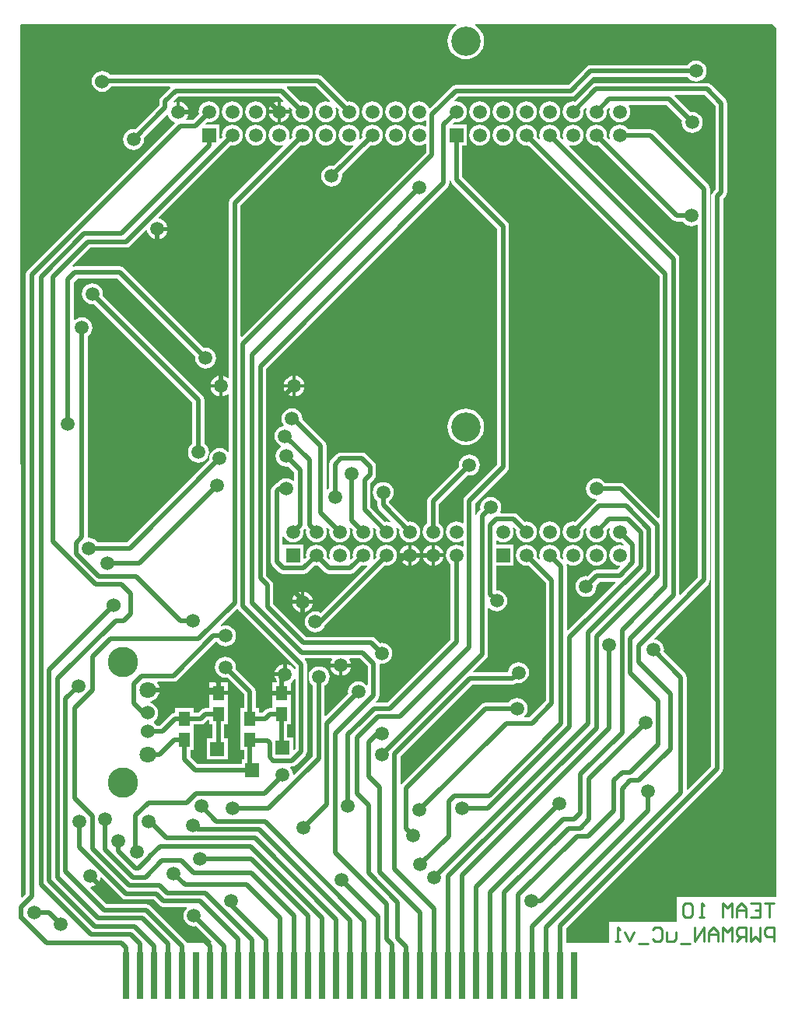
<source format=gbl>
%FSLAX25Y25*%
%MOIN*%
G70*
G01*
G75*
G04 Layer_Physical_Order=2*
G04 Layer_Color=16711680*
%ADD10R,0.03000X0.20000*%
%ADD11C,0.02000*%
%ADD12R,0.05906X0.05906*%
%ADD13C,0.12598*%
%ADD14C,0.05906*%
%ADD15C,0.06000*%
%ADD16C,0.07087*%
%ADD17C,0.12992*%
%ADD18R,0.05000X0.06000*%
%ADD19C,0.01000*%
G36*
X188145Y350524D02*
X188698Y349698D01*
X207951Y330444D01*
Y229356D01*
X194198Y215602D01*
X193645Y214775D01*
X193451Y213800D01*
Y204413D01*
X193003Y204192D01*
X192746Y204390D01*
X191662Y204838D01*
X190500Y204991D01*
X189338Y204838D01*
X188254Y204390D01*
X187324Y203676D01*
X186610Y202746D01*
X186162Y201662D01*
X186009Y200500D01*
X186162Y199338D01*
X186610Y198254D01*
X187324Y197324D01*
X188254Y196610D01*
X189338Y196162D01*
X190500Y196009D01*
X191662Y196162D01*
X192746Y196610D01*
X193003Y196808D01*
X193451Y196587D01*
Y194413D01*
X193003Y194192D01*
X192746Y194389D01*
X191662Y194838D01*
X190500Y194991D01*
X189338Y194838D01*
X188254Y194389D01*
X187324Y193676D01*
X186610Y192746D01*
X186162Y191662D01*
X186009Y190500D01*
X186162Y189338D01*
X186610Y188254D01*
X187324Y187324D01*
X187951Y186843D01*
Y154556D01*
X160744Y127349D01*
X156107D01*
X155916Y127811D01*
X156802Y128698D01*
X157355Y129525D01*
X157549Y130500D01*
Y143630D01*
X158019Y144072D01*
X158500Y144009D01*
X159662Y144162D01*
X160746Y144611D01*
X161676Y145324D01*
X162390Y146254D01*
X162838Y147338D01*
X162991Y148500D01*
X162838Y149662D01*
X162390Y150746D01*
X161676Y151676D01*
X160746Y152390D01*
X159662Y152838D01*
X158500Y152991D01*
X157717Y152888D01*
X155802Y154802D01*
X154975Y155355D01*
X154000Y155549D01*
X126056D01*
X124302Y157302D01*
X124151Y157404D01*
X112049Y169506D01*
Y177750D01*
X111855Y178726D01*
X111302Y179552D01*
X109049Y181806D01*
Y270444D01*
X186802Y348198D01*
X187355Y349025D01*
X187549Y350000D01*
Y350958D01*
X188049Y351008D01*
X188145Y350524D01*
D02*
G37*
G36*
X152451Y142944D02*
Y134987D01*
X151951Y134817D01*
X151676Y135176D01*
X150746Y135889D01*
X149662Y136338D01*
X148500Y136491D01*
X147338Y136338D01*
X146254Y135889D01*
X145324Y135176D01*
X144611Y134246D01*
X144162Y133162D01*
X144009Y132000D01*
X144112Y131217D01*
X134511Y121616D01*
X134049Y121807D01*
Y134667D01*
X134776Y135224D01*
X135489Y136154D01*
X135938Y137238D01*
X136091Y138400D01*
X135938Y139562D01*
X135489Y140646D01*
X134776Y141576D01*
X133846Y142289D01*
X132762Y142738D01*
X131600Y142891D01*
X130438Y142738D01*
X129354Y142289D01*
X128424Y141576D01*
X127710Y140646D01*
X127262Y139562D01*
X127109Y138400D01*
X127262Y137238D01*
X127710Y136154D01*
X128424Y135224D01*
X128951Y134820D01*
Y104456D01*
X120960Y96465D01*
X120467Y96680D01*
X120338Y97662D01*
X119889Y98746D01*
X119312Y99498D01*
X119541Y99998D01*
X119988D01*
X120964Y100192D01*
X121791Y100745D01*
X125802Y104756D01*
X126355Y105584D01*
X126549Y106559D01*
Y143648D01*
X126355Y144623D01*
X125802Y145450D01*
X125436Y145817D01*
X125628Y146279D01*
X137008D01*
X137229Y145830D01*
X137011Y145546D01*
X136562Y144462D01*
X136508Y144050D01*
X145292D01*
X145238Y144462D01*
X144790Y145546D01*
X144571Y145830D01*
X144792Y146279D01*
X149117D01*
X152451Y142944D01*
D02*
G37*
G36*
X96942Y167228D02*
X97198Y166846D01*
X121451Y142592D01*
Y141697D01*
X120951Y141597D01*
X120889Y141746D01*
X120176Y142676D01*
X119246Y143389D01*
X118162Y143838D01*
X117750Y143892D01*
Y139500D01*
X117000D01*
Y138750D01*
X112608D01*
X112662Y138338D01*
X113110Y137254D01*
X113689Y136500D01*
X113462Y136000D01*
X111500D01*
Y132250D01*
X119500D01*
Y135806D01*
X120176Y136324D01*
X120889Y137254D01*
X120951Y137403D01*
X121451Y137303D01*
Y107615D01*
X120915Y107078D01*
X120453Y107270D01*
Y112453D01*
X118049D01*
Y118000D01*
X119500D01*
Y127000D01*
Y130750D01*
X111500D01*
Y127000D01*
Y125049D01*
X110500D01*
X109525Y124855D01*
X108698Y124302D01*
X107444Y123049D01*
X106000D01*
Y125000D01*
X104549D01*
Y132000D01*
X104355Y132975D01*
X103802Y133802D01*
X95888Y141717D01*
X95991Y142500D01*
X95838Y143662D01*
X95389Y144746D01*
X94676Y145676D01*
X93746Y146389D01*
X92662Y146838D01*
X91500Y146991D01*
X90338Y146838D01*
X89254Y146389D01*
X88324Y145676D01*
X87611Y144746D01*
X87162Y143662D01*
X87009Y142500D01*
X87162Y141338D01*
X87611Y140254D01*
X88324Y139324D01*
X89254Y138610D01*
X90338Y138162D01*
X91500Y138009D01*
X92283Y138112D01*
X99451Y130944D01*
Y125000D01*
X98000D01*
Y116000D01*
Y107000D01*
X99451D01*
Y102953D01*
X98547D01*
Y101049D01*
X79556D01*
X76549Y104056D01*
Y107000D01*
X78000D01*
Y116000D01*
Y117951D01*
X81000D01*
X81976Y118145D01*
X82802Y118698D01*
X84000Y119895D01*
X84500Y119816D01*
Y118000D01*
X85951D01*
Y111953D01*
X83547D01*
Y103047D01*
X92453D01*
Y111953D01*
X91049D01*
Y118000D01*
X92500D01*
Y127000D01*
Y130750D01*
X84500D01*
Y127000D01*
Y125049D01*
X83000D01*
X82025Y124855D01*
X81198Y124302D01*
X79944Y123049D01*
X78000D01*
Y125000D01*
X70000D01*
Y123049D01*
X69024Y122855D01*
X68198Y122302D01*
X63444Y117549D01*
X61934D01*
X61379Y118272D01*
X60841Y118685D01*
Y119315D01*
X61379Y119728D01*
X62100Y120668D01*
X62554Y121762D01*
X62708Y122937D01*
X62554Y124112D01*
X62100Y125206D01*
X61379Y126146D01*
X60439Y126868D01*
X59344Y127321D01*
X59261Y127332D01*
Y127836D01*
X59486Y127866D01*
X60713Y128374D01*
X61766Y129183D01*
X62575Y130236D01*
X63083Y131463D01*
X63157Y132029D01*
X58169D01*
Y133529D01*
X63157D01*
X63083Y134096D01*
X62575Y135323D01*
X62189Y135826D01*
X62410Y136274D01*
X69175D01*
X70150Y136468D01*
X70977Y137021D01*
X87374Y153417D01*
X87885Y153396D01*
X88324Y152824D01*
X89254Y152111D01*
X90338Y151662D01*
X91500Y151509D01*
X92662Y151662D01*
X93746Y152111D01*
X94676Y152824D01*
X95389Y153754D01*
X95838Y154838D01*
X95991Y156000D01*
X95838Y157162D01*
X95389Y158246D01*
X94676Y159176D01*
X93746Y159889D01*
X92662Y160338D01*
X91500Y160491D01*
X90338Y160338D01*
X89850Y160136D01*
X89567Y160560D01*
X96345Y167338D01*
X96942Y167228D01*
D02*
G37*
G36*
X47070Y43698D02*
X47897Y43145D01*
X48873Y42951D01*
X60744D01*
X63191Y40504D01*
X64018Y39951D01*
X64994Y39757D01*
X74805D01*
X74965Y39284D01*
X74824Y39176D01*
X74111Y38246D01*
X73662Y37162D01*
X73509Y36000D01*
X73662Y34838D01*
X74111Y33754D01*
X74824Y32824D01*
X75754Y32111D01*
X76838Y31662D01*
X78000Y31509D01*
X78783Y31612D01*
X85433Y24962D01*
X85242Y24500D01*
X75005D01*
X74802Y24802D01*
X59302Y40302D01*
X58476Y40855D01*
X57500Y41049D01*
X40556D01*
X33589Y48016D01*
X33768Y48544D01*
X34662Y48662D01*
X35746Y49110D01*
X36676Y49824D01*
X37389Y50754D01*
X37838Y51838D01*
X37891Y52242D01*
X38365Y52403D01*
X47070Y43698D01*
D02*
G37*
G36*
X327500Y416500D02*
Y43998D01*
X285013D01*
Y33498D01*
X256022D01*
Y24500D01*
X237549D01*
Y30744D01*
X304002Y97198D01*
X304555Y98024D01*
X304749Y99000D01*
Y343344D01*
X305802Y344398D01*
X306355Y345224D01*
X306549Y346200D01*
Y384200D01*
X306355Y385175D01*
X305802Y386002D01*
X299702Y392102D01*
X298875Y392655D01*
X297900Y392849D01*
X250300D01*
X249324Y392655D01*
X248498Y392102D01*
X241283Y384888D01*
X240500Y384991D01*
X239338Y384838D01*
X238254Y384389D01*
X237324Y383676D01*
X236611Y382746D01*
X236162Y381662D01*
X236009Y380500D01*
X236162Y379338D01*
X236611Y378254D01*
X237324Y377324D01*
X238254Y376610D01*
X239338Y376162D01*
X240500Y376009D01*
X241662Y376162D01*
X242746Y376610D01*
X243676Y377324D01*
X244390Y378254D01*
X244838Y379338D01*
X244991Y380500D01*
X244888Y381283D01*
X245871Y382266D01*
X246294Y381983D01*
X246162Y381662D01*
X246009Y380500D01*
X246162Y379338D01*
X246610Y378254D01*
X247324Y377324D01*
X248254Y376610D01*
X249338Y376162D01*
X250500Y376009D01*
X251662Y376162D01*
X252746Y376610D01*
X253676Y377324D01*
X254390Y378254D01*
X254838Y379338D01*
X254991Y380500D01*
X254888Y381283D01*
X255871Y382266D01*
X256294Y381983D01*
X256162Y381662D01*
X256009Y380500D01*
X256162Y379338D01*
X256610Y378254D01*
X257324Y377324D01*
X258254Y376610D01*
X259338Y376162D01*
X260500Y376009D01*
X261662Y376162D01*
X262746Y376610D01*
X263676Y377324D01*
X264389Y378254D01*
X264838Y379338D01*
X264991Y380500D01*
X264838Y381662D01*
X264389Y382746D01*
X264192Y383003D01*
X264413Y383451D01*
X280544D01*
X287124Y376872D01*
X287009Y376000D01*
X287162Y374838D01*
X287611Y373754D01*
X288324Y372824D01*
X289254Y372111D01*
X290338Y371662D01*
X291500Y371509D01*
X292662Y371662D01*
X293746Y372111D01*
X294676Y372824D01*
X295390Y373754D01*
X295838Y374838D01*
X295991Y376000D01*
X295838Y377162D01*
X295390Y378246D01*
X294676Y379176D01*
X293746Y379889D01*
X292662Y380338D01*
X291500Y380491D01*
X290805Y380400D01*
X283916Y387289D01*
X284107Y387751D01*
X296844D01*
X301451Y383144D01*
Y347256D01*
X300398Y346202D01*
X299845Y345375D01*
X299651Y344400D01*
Y100056D01*
X289638Y90043D01*
X289176Y90234D01*
Y138173D01*
X288982Y139149D01*
X288429Y139976D01*
X279288Y149117D01*
X279391Y149900D01*
X279238Y151062D01*
X278789Y152146D01*
X278076Y153076D01*
X277146Y153789D01*
X276062Y154238D01*
X275314Y154337D01*
X275135Y154865D01*
X298402Y178132D01*
X298955Y178959D01*
X299149Y179935D01*
Y347500D01*
X298955Y348476D01*
X298402Y349302D01*
X275402Y372302D01*
X274575Y372855D01*
X273600Y373049D01*
X264157D01*
X263676Y373676D01*
X262746Y374390D01*
X261662Y374838D01*
X260500Y374991D01*
X259338Y374838D01*
X258254Y374390D01*
X257324Y373676D01*
X256610Y372746D01*
X256162Y371662D01*
X256009Y370500D01*
X256162Y369338D01*
X256294Y369017D01*
X255871Y368734D01*
X254888Y369717D01*
X254991Y370500D01*
X254838Y371662D01*
X254390Y372746D01*
X253676Y373676D01*
X252746Y374390D01*
X251662Y374838D01*
X250500Y374991D01*
X249338Y374838D01*
X248254Y374390D01*
X247324Y373676D01*
X246610Y372746D01*
X246162Y371662D01*
X246009Y370500D01*
X246162Y369338D01*
X246610Y368254D01*
X247324Y367324D01*
X248254Y366611D01*
X249338Y366162D01*
X250500Y366009D01*
X251283Y366112D01*
X283248Y334148D01*
X284074Y333595D01*
X285050Y333401D01*
X287443D01*
X287924Y332774D01*
X288854Y332061D01*
X289938Y331612D01*
X291100Y331459D01*
X292262Y331612D01*
X293346Y332061D01*
X293603Y332258D01*
X294051Y332037D01*
Y180990D01*
X286502Y173441D01*
X286002Y173648D01*
Y317547D01*
X285808Y318523D01*
X285255Y319350D01*
X238734Y365871D01*
X239017Y366295D01*
X239338Y366162D01*
X240500Y366009D01*
X241662Y366162D01*
X242746Y366611D01*
X243676Y367324D01*
X244390Y368254D01*
X244838Y369338D01*
X244991Y370500D01*
X244838Y371662D01*
X244390Y372746D01*
X243676Y373676D01*
X242746Y374390D01*
X241662Y374838D01*
X240500Y374991D01*
X239338Y374838D01*
X238254Y374390D01*
X237324Y373676D01*
X236611Y372746D01*
X236162Y371662D01*
X236009Y370500D01*
X236162Y369338D01*
X236295Y369017D01*
X235871Y368734D01*
X234888Y369717D01*
X234991Y370500D01*
X234838Y371662D01*
X234389Y372746D01*
X233676Y373676D01*
X232746Y374390D01*
X231662Y374838D01*
X230500Y374991D01*
X229338Y374838D01*
X228254Y374390D01*
X227324Y373676D01*
X226610Y372746D01*
X226162Y371662D01*
X226009Y370500D01*
X226162Y369338D01*
X226294Y369017D01*
X225871Y368734D01*
X224888Y369717D01*
X224991Y370500D01*
X224838Y371662D01*
X224390Y372746D01*
X223676Y373676D01*
X222746Y374390D01*
X221662Y374838D01*
X220500Y374991D01*
X219338Y374838D01*
X218254Y374390D01*
X217324Y373676D01*
X216611Y372746D01*
X216162Y371662D01*
X216009Y370500D01*
X216162Y369338D01*
X216611Y368254D01*
X217324Y367324D01*
X218254Y366611D01*
X219338Y366162D01*
X220500Y366009D01*
X221283Y366112D01*
X277404Y309991D01*
Y206591D01*
X276942Y206400D01*
X262539Y220802D01*
X261712Y221355D01*
X260737Y221549D01*
X254157D01*
X253676Y222176D01*
X252746Y222889D01*
X251662Y223338D01*
X250500Y223491D01*
X249338Y223338D01*
X248254Y222889D01*
X247324Y222176D01*
X246610Y221246D01*
X246162Y220162D01*
X246009Y219000D01*
X246162Y217838D01*
X246610Y216754D01*
X247324Y215824D01*
X248254Y215110D01*
X249338Y214662D01*
X250500Y214509D01*
X250590Y214521D01*
X250725Y214055D01*
X249898Y213502D01*
X241283Y204888D01*
X240500Y204991D01*
X239338Y204838D01*
X238254Y204390D01*
X237324Y203676D01*
X236611Y202746D01*
X236162Y201662D01*
X236009Y200500D01*
X236162Y199338D01*
X236611Y198254D01*
X237324Y197324D01*
X238254Y196610D01*
X239338Y196162D01*
X240500Y196009D01*
X241662Y196162D01*
X242746Y196610D01*
X243676Y197324D01*
X244390Y198254D01*
X244838Y199338D01*
X244991Y200500D01*
X244888Y201283D01*
X245871Y202266D01*
X246294Y201983D01*
X246162Y201662D01*
X246009Y200500D01*
X246162Y199338D01*
X246610Y198254D01*
X247324Y197324D01*
X248254Y196610D01*
X249338Y196162D01*
X250500Y196009D01*
X251662Y196162D01*
X252746Y196610D01*
X253676Y197324D01*
X254390Y198254D01*
X254838Y199338D01*
X254991Y200500D01*
X254888Y201283D01*
X255871Y202266D01*
X256294Y201983D01*
X256162Y201662D01*
X256009Y200500D01*
X256162Y199338D01*
X256610Y198254D01*
X257324Y197324D01*
X258254Y196610D01*
X259338Y196162D01*
X260500Y196009D01*
X261283Y196112D01*
X262266Y195129D01*
X261983Y194705D01*
X261662Y194838D01*
X260500Y194991D01*
X259338Y194838D01*
X258254Y194389D01*
X257324Y193676D01*
X256610Y192746D01*
X256162Y191662D01*
X256009Y190500D01*
X256162Y189338D01*
X256610Y188254D01*
X257324Y187324D01*
X258254Y186610D01*
X259338Y186162D01*
X260411Y186021D01*
X260676Y185578D01*
X259417Y184319D01*
X250670D01*
X249694Y184125D01*
X248867Y183572D01*
X246783Y181488D01*
X246000Y181591D01*
X244838Y181438D01*
X243754Y180990D01*
X242824Y180276D01*
X242110Y179346D01*
X241662Y178262D01*
X241509Y177100D01*
X241662Y175938D01*
X242110Y174854D01*
X242824Y173924D01*
X243754Y173211D01*
X244838Y172762D01*
X246000Y172609D01*
X247162Y172762D01*
X248246Y173211D01*
X249176Y173924D01*
X249889Y174854D01*
X250338Y175938D01*
X250491Y177100D01*
X250388Y177883D01*
X251726Y179221D01*
X258615D01*
X258807Y178759D01*
X238311Y158263D01*
X237849Y158455D01*
Y185700D01*
X237710Y186398D01*
X238164Y186680D01*
X238254Y186610D01*
X239338Y186162D01*
X240500Y186009D01*
X241662Y186162D01*
X242746Y186610D01*
X243676Y187324D01*
X244390Y188254D01*
X244838Y189338D01*
X244991Y190500D01*
X244838Y191662D01*
X244390Y192746D01*
X243676Y193676D01*
X242746Y194389D01*
X241662Y194838D01*
X240500Y194991D01*
X239338Y194838D01*
X238254Y194389D01*
X237324Y193676D01*
X236611Y192746D01*
X236162Y191662D01*
X236009Y190500D01*
X236162Y189338D01*
X236295Y189017D01*
X235871Y188734D01*
X234888Y189717D01*
X234991Y190500D01*
X234838Y191662D01*
X234389Y192746D01*
X233676Y193676D01*
X232746Y194389D01*
X231662Y194838D01*
X230500Y194991D01*
X229338Y194838D01*
X228254Y194389D01*
X227324Y193676D01*
X226610Y192746D01*
X226162Y191662D01*
X226009Y190500D01*
X226162Y189338D01*
X226294Y189017D01*
X225871Y188734D01*
X224888Y189717D01*
X224991Y190500D01*
X224838Y191662D01*
X224390Y192746D01*
X223676Y193676D01*
X222746Y194389D01*
X221662Y194838D01*
X220500Y194991D01*
X219338Y194838D01*
X218254Y194389D01*
X217324Y193676D01*
X216611Y192746D01*
X216162Y191662D01*
X216009Y190500D01*
X216162Y189338D01*
X216611Y188254D01*
X217324Y187324D01*
X218254Y186610D01*
X219338Y186162D01*
X220500Y186009D01*
X221283Y186112D01*
X228801Y178594D01*
Y128164D01*
X221715Y121078D01*
X219742D01*
X219581Y121552D01*
X219676Y121624D01*
X220390Y122554D01*
X220838Y123638D01*
X220991Y124800D01*
X220838Y125962D01*
X220390Y127046D01*
X219676Y127976D01*
X218746Y128690D01*
X217662Y129138D01*
X216500Y129291D01*
X215338Y129138D01*
X214254Y128690D01*
X213324Y127976D01*
X212843Y127349D01*
X203000D01*
X202025Y127155D01*
X201198Y126602D01*
X167198Y92602D01*
X167049Y92380D01*
X166549Y92532D01*
Y104394D01*
X197306Y135151D01*
X214600D01*
X215576Y135345D01*
X216281Y135817D01*
X217100Y135709D01*
X218262Y135862D01*
X219346Y136311D01*
X220276Y137024D01*
X220989Y137954D01*
X221438Y139038D01*
X221591Y140200D01*
X221438Y141362D01*
X220989Y142446D01*
X220276Y143376D01*
X219346Y144089D01*
X218262Y144538D01*
X217100Y144691D01*
X215938Y144538D01*
X214854Y144089D01*
X213924Y143376D01*
X213211Y142446D01*
X212762Y141362D01*
X212615Y140249D01*
X197907D01*
X197716Y140711D01*
X203302Y146298D01*
X203855Y147125D01*
X204049Y148100D01*
Y167673D01*
X204522Y167834D01*
X204549Y167799D01*
X205479Y167086D01*
X206562Y166637D01*
X207725Y166484D01*
X208887Y166637D01*
X209970Y167086D01*
X210900Y167799D01*
X211614Y168730D01*
X212063Y169813D01*
X212216Y170975D01*
X212063Y172138D01*
X211614Y173221D01*
X210900Y174151D01*
X209970Y174865D01*
X208887Y175313D01*
X207725Y175466D01*
X207549Y175621D01*
Y186047D01*
X214953D01*
Y194953D01*
X207549D01*
Y196587D01*
X207997Y196808D01*
X208254Y196610D01*
X209338Y196162D01*
X210500Y196009D01*
X211662Y196162D01*
X212746Y196610D01*
X213676Y197324D01*
X214389Y198254D01*
X214838Y199338D01*
X214991Y200500D01*
X214838Y201662D01*
X214705Y201983D01*
X215129Y202266D01*
X216112Y201283D01*
X216009Y200500D01*
X216162Y199338D01*
X216611Y198254D01*
X217324Y197324D01*
X218254Y196610D01*
X219338Y196162D01*
X220500Y196009D01*
X221662Y196162D01*
X222746Y196610D01*
X223676Y197324D01*
X224390Y198254D01*
X224838Y199338D01*
X224991Y200500D01*
X224838Y201662D01*
X224390Y202746D01*
X223676Y203676D01*
X222746Y204390D01*
X221662Y204838D01*
X220500Y204991D01*
X219717Y204888D01*
X216802Y207802D01*
X215975Y208355D01*
X215000Y208549D01*
X209537D01*
X209211Y209049D01*
X209538Y209838D01*
X209691Y211000D01*
X209538Y212162D01*
X209089Y213246D01*
X208376Y214176D01*
X207446Y214890D01*
X206362Y215338D01*
X205200Y215491D01*
X204038Y215338D01*
X202954Y214890D01*
X202024Y214176D01*
X201310Y213246D01*
X200862Y212162D01*
X200709Y211000D01*
X200812Y210217D01*
X199698Y209102D01*
X199145Y208276D01*
X199049Y207792D01*
X198549Y207842D01*
Y212744D01*
X212302Y226498D01*
X212855Y227325D01*
X213049Y228300D01*
Y331500D01*
X212855Y332475D01*
X212302Y333302D01*
X193049Y352556D01*
Y366047D01*
X194953D01*
Y374953D01*
X189211D01*
X189020Y375415D01*
X189717Y376112D01*
X190500Y376009D01*
X191662Y376162D01*
X192746Y376610D01*
X193676Y377324D01*
X194389Y378254D01*
X194838Y379338D01*
X194991Y380500D01*
X194838Y381662D01*
X194389Y382746D01*
X193676Y383676D01*
X192746Y384389D01*
X191662Y384838D01*
X190500Y384991D01*
X189928Y384916D01*
X189694Y385389D01*
X191256Y386951D01*
X239500D01*
X240476Y387145D01*
X241302Y387698D01*
X249056Y395451D01*
X289543D01*
X290024Y394824D01*
X290954Y394110D01*
X292038Y393662D01*
X293200Y393509D01*
X294362Y393662D01*
X295446Y394110D01*
X296376Y394824D01*
X297090Y395754D01*
X297538Y396838D01*
X297691Y398000D01*
X297538Y399162D01*
X297090Y400246D01*
X296376Y401176D01*
X295446Y401890D01*
X294362Y402338D01*
X293200Y402491D01*
X292038Y402338D01*
X290954Y401890D01*
X290024Y401176D01*
X289543Y400549D01*
X248000D01*
X247024Y400355D01*
X246198Y399802D01*
X238444Y392049D01*
X190200D01*
X189225Y391855D01*
X188398Y391302D01*
X179133Y382037D01*
X178642Y382135D01*
X178390Y382746D01*
X177676Y383676D01*
X176746Y384389D01*
X175662Y384838D01*
X174500Y384991D01*
X173338Y384838D01*
X172254Y384389D01*
X171324Y383676D01*
X170610Y382746D01*
X170162Y381662D01*
X170009Y380500D01*
X170162Y379338D01*
X170610Y378254D01*
X171324Y377324D01*
X172254Y376610D01*
X173338Y376162D01*
X174500Y376009D01*
X175662Y376162D01*
X176746Y376610D01*
X177003Y376808D01*
X177451Y376587D01*
Y374413D01*
X177003Y374192D01*
X176746Y374390D01*
X175662Y374838D01*
X174500Y374991D01*
X173338Y374838D01*
X172254Y374390D01*
X171324Y373676D01*
X170610Y372746D01*
X170162Y371662D01*
X170009Y370500D01*
X170162Y369338D01*
X170610Y368254D01*
X171324Y367324D01*
X172254Y366611D01*
X173338Y366162D01*
X174500Y366009D01*
X175662Y366162D01*
X176746Y366611D01*
X177003Y366808D01*
X177451Y366587D01*
Y363056D01*
X98511Y284116D01*
X98049Y284307D01*
Y340444D01*
X123717Y366112D01*
X124500Y366009D01*
X125662Y366162D01*
X126746Y366611D01*
X127676Y367324D01*
X128390Y368254D01*
X128838Y369338D01*
X128991Y370500D01*
X128838Y371662D01*
X128390Y372746D01*
X127676Y373676D01*
X126746Y374390D01*
X125662Y374838D01*
X124500Y374991D01*
X123338Y374838D01*
X122254Y374390D01*
X121324Y373676D01*
X120610Y372746D01*
X120162Y371662D01*
X120009Y370500D01*
X120112Y369717D01*
X119129Y368734D01*
X118705Y369017D01*
X118838Y369338D01*
X118991Y370500D01*
X118838Y371662D01*
X118389Y372746D01*
X117676Y373676D01*
X116746Y374390D01*
X115662Y374838D01*
X114500Y374991D01*
X113338Y374838D01*
X112254Y374390D01*
X111324Y373676D01*
X110610Y372746D01*
X110162Y371662D01*
X110009Y370500D01*
X110162Y369338D01*
X110610Y368254D01*
X111324Y367324D01*
X112254Y366611D01*
X113338Y366162D01*
X114500Y366009D01*
X115662Y366162D01*
X115983Y366295D01*
X116266Y365871D01*
X93698Y343302D01*
X93145Y342476D01*
X92951Y341500D01*
Y266595D01*
X92451Y266348D01*
X91746Y266890D01*
X90662Y267338D01*
X90250Y267392D01*
Y263000D01*
Y258608D01*
X90662Y258662D01*
X91746Y259110D01*
X92451Y259652D01*
X92951Y259405D01*
Y234987D01*
X92451Y234817D01*
X92176Y235176D01*
X91246Y235890D01*
X90162Y236338D01*
X89000Y236491D01*
X87838Y236338D01*
X86754Y235890D01*
X85824Y235176D01*
X85110Y234246D01*
X84662Y233162D01*
X84509Y232000D01*
X84600Y231305D01*
X49344Y196049D01*
X36657D01*
X36176Y196676D01*
X35246Y197389D01*
X34162Y197838D01*
X33002Y197991D01*
X32908Y198004D01*
X32549Y198436D01*
Y284343D01*
X33176Y284824D01*
X33889Y285754D01*
X34338Y286838D01*
X34491Y288000D01*
X34338Y289162D01*
X33889Y290246D01*
X33176Y291176D01*
X32246Y291890D01*
X31162Y292338D01*
X30000Y292491D01*
X28838Y292338D01*
X27754Y291890D01*
X26949Y291271D01*
X26449Y291450D01*
Y307544D01*
X28056Y309151D01*
X45244D01*
X78612Y275783D01*
X78509Y275000D01*
X78662Y273838D01*
X79110Y272754D01*
X79824Y271824D01*
X80754Y271111D01*
X81838Y270662D01*
X83000Y270509D01*
X84162Y270662D01*
X85246Y271111D01*
X86176Y271824D01*
X86889Y272754D01*
X87338Y273838D01*
X87491Y275000D01*
X87338Y276162D01*
X86889Y277246D01*
X86176Y278176D01*
X85246Y278889D01*
X84162Y279338D01*
X83000Y279491D01*
X82217Y279388D01*
X48102Y313502D01*
X47276Y314055D01*
X46300Y314249D01*
X46250Y314239D01*
X46200Y314249D01*
X27000D01*
X26540Y314158D01*
X25972Y314551D01*
X25956Y314651D01*
X33556Y322251D01*
X48800D01*
X49775Y322445D01*
X50602Y322998D01*
X57420Y329816D01*
X57894Y329655D01*
X57962Y329138D01*
X58411Y328054D01*
X59124Y327124D01*
X60054Y326411D01*
X61138Y325962D01*
X61550Y325908D01*
Y330300D01*
X62300D01*
Y331050D01*
X66692D01*
X66638Y331462D01*
X66189Y332546D01*
X65476Y333476D01*
X64546Y334190D01*
X63462Y334638D01*
X62945Y334706D01*
X62784Y335180D01*
X93717Y366112D01*
X94500Y366009D01*
X95662Y366162D01*
X96746Y366611D01*
X97676Y367324D01*
X98390Y368254D01*
X98838Y369338D01*
X98991Y370500D01*
X98838Y371662D01*
X98390Y372746D01*
X97676Y373676D01*
X96746Y374390D01*
X95662Y374838D01*
X94500Y374991D01*
X93338Y374838D01*
X92254Y374390D01*
X91324Y373676D01*
X90610Y372746D01*
X90162Y371662D01*
X90009Y370500D01*
X90112Y369717D01*
X89415Y369020D01*
X88953Y369211D01*
Y374953D01*
X83211D01*
X83020Y375415D01*
X83717Y376112D01*
X84500Y376009D01*
X85662Y376162D01*
X86746Y376610D01*
X87676Y377324D01*
X88389Y378254D01*
X88838Y379338D01*
X88991Y380500D01*
X88838Y381662D01*
X88389Y382746D01*
X87676Y383676D01*
X86746Y384389D01*
X85662Y384838D01*
X84500Y384991D01*
X83338Y384838D01*
X82254Y384389D01*
X81324Y383676D01*
X80611Y382746D01*
X80162Y381662D01*
X80009Y380500D01*
X80112Y379717D01*
X77397Y377002D01*
X74835D01*
X74589Y377502D01*
X75090Y378154D01*
X75538Y379238D01*
X75592Y379650D01*
X71200D01*
Y380400D01*
X70450D01*
Y384792D01*
X70038Y384738D01*
X69527Y384526D01*
X69243Y384950D01*
X71244Y386951D01*
X75310D01*
X75547Y386904D01*
X114491D01*
X116266Y385129D01*
X115983Y384705D01*
X115662Y384838D01*
X115250Y384892D01*
Y381250D01*
X118892D01*
X118838Y381662D01*
X118705Y381983D01*
X119129Y382266D01*
X120112Y381283D01*
X120009Y380500D01*
X120162Y379338D01*
X120610Y378254D01*
X121324Y377324D01*
X122254Y376610D01*
X123338Y376162D01*
X124500Y376009D01*
X125662Y376162D01*
X126746Y376610D01*
X127676Y377324D01*
X128390Y378254D01*
X128838Y379338D01*
X128991Y380500D01*
X128838Y381662D01*
X128390Y382746D01*
X127676Y383676D01*
X126746Y384389D01*
X125662Y384838D01*
X124500Y384991D01*
X123717Y384888D01*
X117816Y390789D01*
X118007Y391251D01*
X130144D01*
X136266Y385129D01*
X135983Y384705D01*
X135662Y384838D01*
X134500Y384991D01*
X133338Y384838D01*
X132254Y384389D01*
X131324Y383676D01*
X130611Y382746D01*
X130162Y381662D01*
X130009Y380500D01*
X130162Y379338D01*
X130611Y378254D01*
X131324Y377324D01*
X132254Y376610D01*
X133338Y376162D01*
X134500Y376009D01*
X135662Y376162D01*
X136746Y376610D01*
X137676Y377324D01*
X138390Y378254D01*
X138838Y379338D01*
X138991Y380500D01*
X138838Y381662D01*
X138706Y381983D01*
X139129Y382266D01*
X140112Y381283D01*
X140009Y380500D01*
X140162Y379338D01*
X140611Y378254D01*
X141324Y377324D01*
X142254Y376610D01*
X143338Y376162D01*
X144500Y376009D01*
X145662Y376162D01*
X146746Y376610D01*
X147676Y377324D01*
X148389Y378254D01*
X148838Y379338D01*
X148991Y380500D01*
X148838Y381662D01*
X148389Y382746D01*
X147676Y383676D01*
X146746Y384389D01*
X145662Y384838D01*
X144500Y384991D01*
X143717Y384888D01*
X133002Y395602D01*
X132176Y396155D01*
X131200Y396349D01*
X42186D01*
X41909Y396709D01*
X40969Y397431D01*
X39875Y397884D01*
X38700Y398039D01*
X37525Y397884D01*
X36431Y397431D01*
X35491Y396709D01*
X34769Y395769D01*
X34316Y394675D01*
X34161Y393500D01*
X34316Y392325D01*
X34769Y391231D01*
X35491Y390291D01*
X36431Y389569D01*
X37525Y389116D01*
X38700Y388961D01*
X39875Y389116D01*
X40969Y389569D01*
X41909Y390291D01*
X42631Y391231D01*
X42639Y391251D01*
X67681D01*
X67873Y390789D01*
X63886Y386802D01*
X63333Y385976D01*
X63139Y385000D01*
Y383344D01*
X52883Y373088D01*
X52100Y373191D01*
X50938Y373038D01*
X49854Y372589D01*
X48924Y371876D01*
X48210Y370946D01*
X47762Y369862D01*
X47609Y368700D01*
X47762Y367538D01*
X48210Y366454D01*
X48924Y365524D01*
X49854Y364810D01*
X50938Y364362D01*
X52100Y364209D01*
X53262Y364362D01*
X54346Y364810D01*
X55276Y365524D01*
X55989Y366454D01*
X56438Y367538D01*
X56591Y368700D01*
X56488Y369483D01*
X66399Y379395D01*
X66406Y379392D01*
X66887Y379176D01*
X67311Y378154D01*
X68024Y377224D01*
X68954Y376511D01*
X69693Y376204D01*
X69810Y375615D01*
X6698Y312502D01*
X6145Y311675D01*
X5951Y310699D01*
Y45334D01*
X4439Y43821D01*
X3976Y44012D01*
X3500Y417646D01*
X3854Y418000D01*
X190295D01*
X190416Y417515D01*
X190146Y417371D01*
X188958Y416396D01*
X187984Y415208D01*
X187260Y413854D01*
X186814Y412383D01*
X186663Y410854D01*
X186814Y409326D01*
X187260Y407855D01*
X187984Y406500D01*
X188958Y405313D01*
X190146Y404338D01*
X191501Y403614D01*
X192971Y403168D01*
X194500Y403018D01*
X196029Y403168D01*
X197499Y403614D01*
X198854Y404338D01*
X200042Y405313D01*
X201016Y406500D01*
X201740Y407855D01*
X202186Y409326D01*
X202337Y410854D01*
X202186Y412383D01*
X201740Y413854D01*
X201016Y415208D01*
X200042Y416396D01*
X198854Y417371D01*
X198584Y417515D01*
X198705Y418000D01*
X326000D01*
X327500Y416500D01*
D02*
G37*
%LPC*%
G36*
X171250Y194892D02*
Y191250D01*
X174892D01*
X174838Y191662D01*
X174390Y192746D01*
X173676Y193676D01*
X172746Y194389D01*
X171662Y194838D01*
X171250Y194892D01*
D02*
G37*
G36*
X179750D02*
X179338Y194838D01*
X178254Y194389D01*
X177324Y193676D01*
X176611Y192746D01*
X176162Y191662D01*
X176108Y191250D01*
X179750D01*
Y194892D01*
D02*
G37*
G36*
X169750D02*
X169338Y194838D01*
X168254Y194389D01*
X167324Y193676D01*
X166611Y192746D01*
X166162Y191662D01*
X166108Y191250D01*
X169750D01*
Y194892D01*
D02*
G37*
G36*
X179750Y189750D02*
X176108D01*
X176162Y189338D01*
X176611Y188254D01*
X177324Y187324D01*
X178254Y186610D01*
X179338Y186162D01*
X179750Y186108D01*
Y189750D01*
D02*
G37*
G36*
X184892D02*
X181250D01*
Y186108D01*
X181662Y186162D01*
X182746Y186610D01*
X183676Y187324D01*
X184389Y188254D01*
X184838Y189338D01*
X184892Y189750D01*
D02*
G37*
G36*
X230500Y204991D02*
X229338Y204838D01*
X228254Y204390D01*
X227324Y203676D01*
X226610Y202746D01*
X226162Y201662D01*
X226009Y200500D01*
X226162Y199338D01*
X226610Y198254D01*
X227324Y197324D01*
X228254Y196610D01*
X229338Y196162D01*
X230500Y196009D01*
X231662Y196162D01*
X232746Y196610D01*
X233676Y197324D01*
X234389Y198254D01*
X234838Y199338D01*
X234991Y200500D01*
X234838Y201662D01*
X234389Y202746D01*
X233676Y203676D01*
X232746Y204390D01*
X231662Y204838D01*
X230500Y204991D01*
D02*
G37*
G36*
X34500Y306991D02*
X33338Y306838D01*
X32254Y306389D01*
X31324Y305676D01*
X30610Y304746D01*
X30162Y303662D01*
X30009Y302500D01*
X30162Y301338D01*
X30610Y300254D01*
X31324Y299324D01*
X32254Y298610D01*
X33338Y298162D01*
X34500Y298009D01*
X35283Y298112D01*
X77351Y256044D01*
Y238357D01*
X76724Y237876D01*
X76011Y236946D01*
X75562Y235862D01*
X75409Y234700D01*
X75562Y233538D01*
X76011Y232454D01*
X76724Y231524D01*
X77654Y230810D01*
X78738Y230362D01*
X79900Y230209D01*
X81062Y230362D01*
X82146Y230810D01*
X83076Y231524D01*
X83789Y232454D01*
X84238Y233538D01*
X84391Y234700D01*
X84238Y235862D01*
X83789Y236946D01*
X83076Y237876D01*
X82449Y238357D01*
Y257100D01*
X82255Y258075D01*
X81702Y258902D01*
X38888Y301717D01*
X38991Y302500D01*
X38838Y303662D01*
X38390Y304746D01*
X37676Y305676D01*
X36746Y306389D01*
X35662Y306838D01*
X34500Y306991D01*
D02*
G37*
G36*
X120000Y253491D02*
X118838Y253338D01*
X117754Y252889D01*
X116824Y252176D01*
X116111Y251246D01*
X115662Y250162D01*
X115509Y249000D01*
X115662Y247838D01*
X116111Y246754D01*
X116420Y246352D01*
X116228Y245890D01*
X115838Y245838D01*
X114754Y245390D01*
X113824Y244676D01*
X113110Y243746D01*
X112662Y242662D01*
X112509Y241500D01*
X112662Y240338D01*
X113110Y239254D01*
X113824Y238324D01*
X114754Y237611D01*
X115222Y237417D01*
X115248Y236987D01*
X115231Y236872D01*
X114324Y236176D01*
X113610Y235246D01*
X113162Y234162D01*
X113009Y233000D01*
X113162Y231838D01*
X113610Y230754D01*
X114324Y229824D01*
X115254Y229111D01*
X116338Y228662D01*
X117500Y228509D01*
X118195Y228600D01*
X120951Y225844D01*
Y222595D01*
X120451Y222348D01*
X119746Y222889D01*
X118662Y223338D01*
X117500Y223491D01*
X116338Y223338D01*
X115254Y222889D01*
X114324Y222176D01*
X113725Y221395D01*
X113524Y221355D01*
X112698Y220802D01*
X111698Y219802D01*
X111145Y218975D01*
X110951Y218000D01*
Y187750D01*
X111145Y186775D01*
X111698Y185948D01*
X114448Y183198D01*
X115275Y182645D01*
X116250Y182451D01*
X125000D01*
X125976Y182645D01*
X126802Y183198D01*
X129717Y186112D01*
X130500Y186009D01*
X131283Y186112D01*
X134198Y183198D01*
X135024Y182645D01*
X136000Y182451D01*
X145000D01*
X145975Y182645D01*
X146802Y183198D01*
X149717Y186112D01*
X150500Y186009D01*
X151662Y186162D01*
X151983Y186294D01*
X152266Y185871D01*
X132268Y165873D01*
X132246Y165890D01*
X131162Y166338D01*
X130000Y166491D01*
X128838Y166338D01*
X127754Y165890D01*
X126824Y165176D01*
X126110Y164246D01*
X125662Y163162D01*
X125509Y162000D01*
X125662Y160838D01*
X126110Y159754D01*
X126824Y158824D01*
X127754Y158110D01*
X128838Y157662D01*
X130000Y157509D01*
X131162Y157662D01*
X132246Y158110D01*
X133176Y158824D01*
X133889Y159754D01*
X134264Y160660D01*
X159717Y186112D01*
X160500Y186009D01*
X161662Y186162D01*
X162746Y186610D01*
X163676Y187324D01*
X164390Y188254D01*
X164838Y189338D01*
X164991Y190500D01*
X164838Y191662D01*
X164390Y192746D01*
X163676Y193676D01*
X162746Y194389D01*
X161662Y194838D01*
X160500Y194991D01*
X159338Y194838D01*
X158254Y194389D01*
X157324Y193676D01*
X156611Y192746D01*
X156162Y191662D01*
X156009Y190500D01*
X156112Y189717D01*
X155129Y188734D01*
X154706Y189017D01*
X154838Y189338D01*
X154991Y190500D01*
X154838Y191662D01*
X154390Y192746D01*
X153676Y193676D01*
X152746Y194389D01*
X151662Y194838D01*
X150500Y194991D01*
X149338Y194838D01*
X148254Y194389D01*
X147324Y193676D01*
X146610Y192746D01*
X146162Y191662D01*
X146009Y190500D01*
X146112Y189717D01*
X145129Y188734D01*
X144705Y189017D01*
X144838Y189338D01*
X144991Y190500D01*
X144838Y191662D01*
X144389Y192746D01*
X143676Y193676D01*
X142746Y194389D01*
X141662Y194838D01*
X140500Y194991D01*
X139338Y194838D01*
X138254Y194389D01*
X137324Y193676D01*
X136610Y192746D01*
X136162Y191662D01*
X136009Y190500D01*
X136162Y189338D01*
X136294Y189017D01*
X135871Y188734D01*
X134888Y189717D01*
X134991Y190500D01*
X134838Y191662D01*
X134389Y192746D01*
X133676Y193676D01*
X132746Y194389D01*
X131662Y194838D01*
X130500Y194991D01*
X129338Y194838D01*
X128254Y194389D01*
X127324Y193676D01*
X126611Y192746D01*
X126162Y191662D01*
X126009Y190500D01*
X126112Y189717D01*
X125415Y189020D01*
X124953Y189211D01*
Y194953D01*
X116049D01*
Y198303D01*
X116549Y198403D01*
X116611Y198254D01*
X117324Y197324D01*
X118254Y196610D01*
X119338Y196162D01*
X120500Y196009D01*
X121662Y196162D01*
X122746Y196610D01*
X123676Y197324D01*
X124390Y198254D01*
X124838Y199338D01*
X124991Y200500D01*
X124888Y201283D01*
X125179Y201574D01*
X125500Y201651D01*
X125821Y201574D01*
X126112Y201283D01*
X126009Y200500D01*
X126162Y199338D01*
X126611Y198254D01*
X127324Y197324D01*
X128254Y196610D01*
X129338Y196162D01*
X130500Y196009D01*
X131662Y196162D01*
X132746Y196610D01*
X133676Y197324D01*
X134389Y198254D01*
X134838Y199338D01*
X134991Y200500D01*
X134838Y201662D01*
X134705Y201983D01*
X135129Y202266D01*
X136112Y201283D01*
X136009Y200500D01*
X136162Y199338D01*
X136610Y198254D01*
X137324Y197324D01*
X138254Y196610D01*
X139338Y196162D01*
X140500Y196009D01*
X141662Y196162D01*
X142746Y196610D01*
X143676Y197324D01*
X144389Y198254D01*
X144838Y199338D01*
X144991Y200500D01*
X144838Y201662D01*
X144705Y201983D01*
X145129Y202266D01*
X146112Y201283D01*
X146009Y200500D01*
X146162Y199338D01*
X146610Y198254D01*
X147324Y197324D01*
X148254Y196610D01*
X149338Y196162D01*
X150500Y196009D01*
X151662Y196162D01*
X152746Y196610D01*
X153676Y197324D01*
X154390Y198254D01*
X154838Y199338D01*
X154991Y200500D01*
X154838Y201662D01*
X154706Y201983D01*
X155129Y202266D01*
X156112Y201283D01*
X156009Y200500D01*
X156162Y199338D01*
X156611Y198254D01*
X157324Y197324D01*
X158254Y196610D01*
X159338Y196162D01*
X160500Y196009D01*
X161662Y196162D01*
X162746Y196610D01*
X163676Y197324D01*
X164390Y198254D01*
X164838Y199338D01*
X164991Y200500D01*
X164838Y201662D01*
X164706Y201983D01*
X165129Y202266D01*
X166112Y201283D01*
X166009Y200500D01*
X166162Y199338D01*
X166611Y198254D01*
X167324Y197324D01*
X168254Y196610D01*
X169338Y196162D01*
X170500Y196009D01*
X171662Y196162D01*
X172746Y196610D01*
X173676Y197324D01*
X174390Y198254D01*
X174838Y199338D01*
X174991Y200500D01*
X174838Y201662D01*
X174390Y202746D01*
X173676Y203676D01*
X172746Y204390D01*
X171662Y204838D01*
X170500Y204991D01*
X169717Y204888D01*
X161649Y212956D01*
Y213743D01*
X162276Y214224D01*
X162989Y215154D01*
X163438Y216238D01*
X163591Y217400D01*
X163438Y218562D01*
X162989Y219646D01*
X162276Y220576D01*
X161346Y221289D01*
X160262Y221738D01*
X159100Y221891D01*
X157938Y221738D01*
X156854Y221289D01*
X155924Y220576D01*
X155210Y219646D01*
X154762Y218562D01*
X154609Y217400D01*
X154762Y216238D01*
X155210Y215154D01*
X155924Y214224D01*
X156551Y213743D01*
Y211900D01*
X156745Y210925D01*
X157298Y210098D01*
X162266Y205129D01*
X161983Y204706D01*
X161662Y204838D01*
X160500Y204991D01*
X159717Y204888D01*
X153649Y210956D01*
Y221544D01*
X155302Y223198D01*
X155855Y224025D01*
X156049Y225000D01*
Y228500D01*
X155855Y229475D01*
X155302Y230302D01*
X151802Y233802D01*
X150976Y234355D01*
X150000Y234549D01*
X141000D01*
X140024Y234355D01*
X139198Y233802D01*
X136698Y231302D01*
X136145Y230475D01*
X135951Y229500D01*
Y219157D01*
X135349Y218695D01*
X135177Y218723D01*
X134849Y218834D01*
Y237400D01*
X134655Y238375D01*
X134102Y239202D01*
X124469Y248835D01*
X124491Y249000D01*
X124338Y250162D01*
X123890Y251246D01*
X123176Y252176D01*
X122246Y252889D01*
X121162Y253338D01*
X120000Y253491D01*
D02*
G37*
G36*
X181250Y194892D02*
Y191250D01*
X184892D01*
X184838Y191662D01*
X184389Y192746D01*
X183676Y193676D01*
X182746Y194389D01*
X181662Y194838D01*
X181250Y194892D01*
D02*
G37*
G36*
X196000Y233591D02*
X194838Y233438D01*
X193754Y232990D01*
X192824Y232276D01*
X192111Y231346D01*
X191662Y230262D01*
X191509Y229100D01*
X191612Y228317D01*
X178698Y215402D01*
X178145Y214576D01*
X177951Y213600D01*
Y204157D01*
X177324Y203676D01*
X176611Y202746D01*
X176162Y201662D01*
X176009Y200500D01*
X176162Y199338D01*
X176611Y198254D01*
X177324Y197324D01*
X178254Y196610D01*
X179338Y196162D01*
X180500Y196009D01*
X181662Y196162D01*
X182746Y196610D01*
X183676Y197324D01*
X184389Y198254D01*
X184838Y199338D01*
X184991Y200500D01*
X184838Y201662D01*
X184389Y202746D01*
X183676Y203676D01*
X183049Y204157D01*
Y212544D01*
X195217Y224712D01*
X196000Y224609D01*
X197162Y224762D01*
X198246Y225210D01*
X199176Y225924D01*
X199890Y226854D01*
X200338Y227938D01*
X200491Y229100D01*
X200338Y230262D01*
X199890Y231346D01*
X199176Y232276D01*
X198246Y232990D01*
X197162Y233438D01*
X196000Y233591D01*
D02*
G37*
G36*
X174892Y189750D02*
X171250D01*
Y186108D01*
X171662Y186162D01*
X172746Y186610D01*
X173676Y187324D01*
X174390Y188254D01*
X174838Y189338D01*
X174892Y189750D01*
D02*
G37*
G36*
X145292Y142550D02*
X141650D01*
Y138908D01*
X142062Y138962D01*
X143146Y139410D01*
X144076Y140124D01*
X144790Y141054D01*
X145238Y142138D01*
X145292Y142550D01*
D02*
G37*
G36*
X116250Y143892D02*
X115838Y143838D01*
X114754Y143389D01*
X113824Y142676D01*
X113110Y141746D01*
X112662Y140662D01*
X112608Y140250D01*
X116250D01*
Y143892D01*
D02*
G37*
G36*
X140150Y142550D02*
X136508D01*
X136562Y142138D01*
X137011Y141054D01*
X137724Y140124D01*
X138654Y139410D01*
X139738Y138962D01*
X140150Y138908D01*
Y142550D01*
D02*
G37*
G36*
X87750Y136000D02*
X84500D01*
Y132250D01*
X87750D01*
Y136000D01*
D02*
G37*
G36*
X92500D02*
X89250D01*
Y132250D01*
X92500D01*
Y136000D01*
D02*
G37*
G36*
X123750Y169750D02*
X120108D01*
X120162Y169338D01*
X120610Y168254D01*
X121324Y167324D01*
X122254Y166611D01*
X123338Y166162D01*
X123750Y166108D01*
Y169750D01*
D02*
G37*
G36*
X250500Y194991D02*
X249338Y194838D01*
X248254Y194389D01*
X247324Y193676D01*
X246610Y192746D01*
X246162Y191662D01*
X246009Y190500D01*
X246162Y189338D01*
X246610Y188254D01*
X247324Y187324D01*
X248254Y186610D01*
X249338Y186162D01*
X250500Y186009D01*
X251662Y186162D01*
X252746Y186610D01*
X253676Y187324D01*
X254390Y188254D01*
X254838Y189338D01*
X254991Y190500D01*
X254838Y191662D01*
X254390Y192746D01*
X253676Y193676D01*
X252746Y194389D01*
X251662Y194838D01*
X250500Y194991D01*
D02*
G37*
G36*
X169750Y189750D02*
X166108D01*
X166162Y189338D01*
X166611Y188254D01*
X167324Y187324D01*
X168254Y186610D01*
X169338Y186162D01*
X169750Y186108D01*
Y189750D01*
D02*
G37*
G36*
X125250Y174892D02*
Y171250D01*
X128892D01*
X128838Y171662D01*
X128390Y172746D01*
X127676Y173676D01*
X126746Y174390D01*
X125662Y174838D01*
X125250Y174892D01*
D02*
G37*
G36*
X128892Y169750D02*
X125250D01*
Y166108D01*
X125662Y166162D01*
X126746Y166611D01*
X127676Y167324D01*
X128390Y168254D01*
X128838Y169338D01*
X128892Y169750D01*
D02*
G37*
G36*
X123750Y174892D02*
X123338Y174838D01*
X122254Y174390D01*
X121324Y173676D01*
X120610Y172746D01*
X120162Y171662D01*
X120108Y171250D01*
X123750D01*
Y174892D01*
D02*
G37*
G36*
X154500Y384991D02*
X153338Y384838D01*
X152254Y384389D01*
X151324Y383676D01*
X150610Y382746D01*
X150162Y381662D01*
X150009Y380500D01*
X150162Y379338D01*
X150610Y378254D01*
X151324Y377324D01*
X152254Y376610D01*
X153338Y376162D01*
X154500Y376009D01*
X155662Y376162D01*
X156746Y376610D01*
X157676Y377324D01*
X158389Y378254D01*
X158838Y379338D01*
X158991Y380500D01*
X158838Y381662D01*
X158389Y382746D01*
X157676Y383676D01*
X156746Y384389D01*
X155662Y384838D01*
X154500Y384991D01*
D02*
G37*
G36*
X164500D02*
X163338Y384838D01*
X162254Y384389D01*
X161324Y383676D01*
X160610Y382746D01*
X160162Y381662D01*
X160009Y380500D01*
X160162Y379338D01*
X160610Y378254D01*
X161324Y377324D01*
X162254Y376610D01*
X163338Y376162D01*
X164500Y376009D01*
X165662Y376162D01*
X166746Y376610D01*
X167676Y377324D01*
X168389Y378254D01*
X168838Y379338D01*
X168991Y380500D01*
X168838Y381662D01*
X168389Y382746D01*
X167676Y383676D01*
X166746Y384389D01*
X165662Y384838D01*
X164500Y384991D01*
D02*
G37*
G36*
X200500D02*
X199338Y384838D01*
X198254Y384389D01*
X197324Y383676D01*
X196610Y382746D01*
X196162Y381662D01*
X196009Y380500D01*
X196162Y379338D01*
X196610Y378254D01*
X197324Y377324D01*
X198254Y376610D01*
X199338Y376162D01*
X200500Y376009D01*
X201662Y376162D01*
X202746Y376610D01*
X203676Y377324D01*
X204390Y378254D01*
X204838Y379338D01*
X204991Y380500D01*
X204838Y381662D01*
X204390Y382746D01*
X203676Y383676D01*
X202746Y384389D01*
X201662Y384838D01*
X200500Y384991D01*
D02*
G37*
G36*
X154500Y374991D02*
X153338Y374838D01*
X152254Y374390D01*
X151324Y373676D01*
X150610Y372746D01*
X150162Y371662D01*
X150009Y370500D01*
X150112Y369717D01*
X149129Y368734D01*
X148705Y369017D01*
X148838Y369338D01*
X148991Y370500D01*
X148838Y371662D01*
X148389Y372746D01*
X147676Y373676D01*
X146746Y374390D01*
X145662Y374838D01*
X144500Y374991D01*
X143338Y374838D01*
X142254Y374390D01*
X141324Y373676D01*
X140611Y372746D01*
X140162Y371662D01*
X140009Y370500D01*
X140162Y369338D01*
X140611Y368254D01*
X141324Y367324D01*
X142254Y366611D01*
X143338Y366162D01*
X144500Y366009D01*
X145662Y366162D01*
X145983Y366295D01*
X146266Y365871D01*
X137783Y357388D01*
X137000Y357491D01*
X135838Y357338D01*
X134754Y356890D01*
X133824Y356176D01*
X133110Y355246D01*
X132662Y354162D01*
X132509Y353000D01*
X132662Y351838D01*
X133110Y350754D01*
X133824Y349824D01*
X134754Y349111D01*
X135838Y348662D01*
X137000Y348509D01*
X138162Y348662D01*
X139246Y349111D01*
X140176Y349824D01*
X140890Y350754D01*
X141338Y351838D01*
X141491Y353000D01*
X141388Y353783D01*
X153717Y366112D01*
X154500Y366009D01*
X155662Y366162D01*
X156746Y366611D01*
X157676Y367324D01*
X158389Y368254D01*
X158838Y369338D01*
X158991Y370500D01*
X158838Y371662D01*
X158389Y372746D01*
X157676Y373676D01*
X156746Y374390D01*
X155662Y374838D01*
X154500Y374991D01*
D02*
G37*
G36*
X94500Y384991D02*
X93338Y384838D01*
X92254Y384389D01*
X91324Y383676D01*
X90610Y382746D01*
X90162Y381662D01*
X90009Y380500D01*
X90162Y379338D01*
X90610Y378254D01*
X91324Y377324D01*
X92254Y376610D01*
X93338Y376162D01*
X94500Y376009D01*
X95662Y376162D01*
X96746Y376610D01*
X97676Y377324D01*
X98390Y378254D01*
X98838Y379338D01*
X98991Y380500D01*
X98838Y381662D01*
X98390Y382746D01*
X97676Y383676D01*
X96746Y384389D01*
X95662Y384838D01*
X94500Y384991D01*
D02*
G37*
G36*
X104500D02*
X103338Y384838D01*
X102254Y384389D01*
X101324Y383676D01*
X100610Y382746D01*
X100162Y381662D01*
X100009Y380500D01*
X100162Y379338D01*
X100610Y378254D01*
X101324Y377324D01*
X102254Y376610D01*
X103338Y376162D01*
X104500Y376009D01*
X105662Y376162D01*
X106746Y376610D01*
X107676Y377324D01*
X108389Y378254D01*
X108838Y379338D01*
X108991Y380500D01*
X108838Y381662D01*
X108389Y382746D01*
X107676Y383676D01*
X106746Y384389D01*
X105662Y384838D01*
X104500Y384991D01*
D02*
G37*
G36*
X210500D02*
X209338Y384838D01*
X208254Y384389D01*
X207324Y383676D01*
X206610Y382746D01*
X206162Y381662D01*
X206009Y380500D01*
X206162Y379338D01*
X206610Y378254D01*
X207324Y377324D01*
X208254Y376610D01*
X209338Y376162D01*
X210500Y376009D01*
X211662Y376162D01*
X212746Y376610D01*
X213676Y377324D01*
X214389Y378254D01*
X214838Y379338D01*
X214991Y380500D01*
X214838Y381662D01*
X214389Y382746D01*
X213676Y383676D01*
X212746Y384389D01*
X211662Y384838D01*
X210500Y384991D01*
D02*
G37*
G36*
X118892Y379750D02*
X115250D01*
Y376108D01*
X115662Y376162D01*
X116746Y376610D01*
X117676Y377324D01*
X118389Y378254D01*
X118838Y379338D01*
X118892Y379750D01*
D02*
G37*
G36*
X71950Y384792D02*
Y381150D01*
X75592D01*
X75538Y381562D01*
X75090Y382646D01*
X74376Y383576D01*
X73446Y384290D01*
X72362Y384738D01*
X71950Y384792D01*
D02*
G37*
G36*
X113750Y384892D02*
X113338Y384838D01*
X112254Y384389D01*
X111324Y383676D01*
X110610Y382746D01*
X110162Y381662D01*
X110108Y381250D01*
X113750D01*
Y384892D01*
D02*
G37*
G36*
X220500Y384991D02*
X219338Y384838D01*
X218254Y384389D01*
X217324Y383676D01*
X216611Y382746D01*
X216162Y381662D01*
X216009Y380500D01*
X216162Y379338D01*
X216611Y378254D01*
X217324Y377324D01*
X218254Y376610D01*
X219338Y376162D01*
X220500Y376009D01*
X221662Y376162D01*
X222746Y376610D01*
X223676Y377324D01*
X224390Y378254D01*
X224838Y379338D01*
X224991Y380500D01*
X224838Y381662D01*
X224390Y382746D01*
X223676Y383676D01*
X222746Y384389D01*
X221662Y384838D01*
X220500Y384991D01*
D02*
G37*
G36*
X230500D02*
X229338Y384838D01*
X228254Y384389D01*
X227324Y383676D01*
X226610Y382746D01*
X226162Y381662D01*
X226009Y380500D01*
X226162Y379338D01*
X226610Y378254D01*
X227324Y377324D01*
X228254Y376610D01*
X229338Y376162D01*
X230500Y376009D01*
X231662Y376162D01*
X232746Y376610D01*
X233676Y377324D01*
X234389Y378254D01*
X234838Y379338D01*
X234991Y380500D01*
X234838Y381662D01*
X234389Y382746D01*
X233676Y383676D01*
X232746Y384389D01*
X231662Y384838D01*
X230500Y384991D01*
D02*
G37*
G36*
X113750Y379750D02*
X110108D01*
X110162Y379338D01*
X110610Y378254D01*
X111324Y377324D01*
X112254Y376610D01*
X113338Y376162D01*
X113750Y376108D01*
Y379750D01*
D02*
G37*
G36*
X125292Y262250D02*
X121650D01*
Y258608D01*
X122062Y258662D01*
X123146Y259110D01*
X124076Y259824D01*
X124790Y260754D01*
X125238Y261838D01*
X125292Y262250D01*
D02*
G37*
G36*
X88750Y267392D02*
X88338Y267338D01*
X87254Y266890D01*
X86324Y266176D01*
X85611Y265246D01*
X85162Y264162D01*
X85108Y263750D01*
X88750D01*
Y267392D01*
D02*
G37*
G36*
X120150D02*
X119738Y267338D01*
X118654Y266890D01*
X117724Y266176D01*
X117010Y265246D01*
X116562Y264162D01*
X116508Y263750D01*
X120150D01*
Y267392D01*
D02*
G37*
G36*
X194500Y253337D02*
X192971Y253186D01*
X191501Y252740D01*
X190146Y252016D01*
X188958Y251042D01*
X187984Y249854D01*
X187260Y248499D01*
X186814Y247029D01*
X186663Y245500D01*
X186814Y243971D01*
X187260Y242501D01*
X187984Y241146D01*
X188958Y239958D01*
X190146Y238984D01*
X191501Y238260D01*
X192971Y237814D01*
X194500Y237663D01*
X196029Y237814D01*
X197499Y238260D01*
X198854Y238984D01*
X200042Y239958D01*
X201016Y241146D01*
X201740Y242501D01*
X202186Y243971D01*
X202337Y245500D01*
X202186Y247029D01*
X201740Y248499D01*
X201016Y249854D01*
X200042Y251042D01*
X198854Y252016D01*
X197499Y252740D01*
X196029Y253186D01*
X194500Y253337D01*
D02*
G37*
G36*
X88750Y262250D02*
X85108D01*
X85162Y261838D01*
X85611Y260754D01*
X86324Y259824D01*
X87254Y259110D01*
X88338Y258662D01*
X88750Y258608D01*
Y262250D01*
D02*
G37*
G36*
X120150D02*
X116508D01*
X116562Y261838D01*
X117010Y260754D01*
X117724Y259824D01*
X118654Y259110D01*
X119738Y258662D01*
X120150Y258608D01*
Y262250D01*
D02*
G37*
G36*
X121650Y267392D02*
Y263750D01*
X125292D01*
X125238Y264162D01*
X124790Y265246D01*
X124076Y266176D01*
X123146Y266890D01*
X122062Y267338D01*
X121650Y267392D01*
D02*
G37*
G36*
X164500Y374991D02*
X163338Y374838D01*
X162254Y374390D01*
X161324Y373676D01*
X160610Y372746D01*
X160162Y371662D01*
X160009Y370500D01*
X160162Y369338D01*
X160610Y368254D01*
X161324Y367324D01*
X162254Y366611D01*
X163338Y366162D01*
X164500Y366009D01*
X165662Y366162D01*
X166746Y366611D01*
X167676Y367324D01*
X168389Y368254D01*
X168838Y369338D01*
X168991Y370500D01*
X168838Y371662D01*
X168389Y372746D01*
X167676Y373676D01*
X166746Y374390D01*
X165662Y374838D01*
X164500Y374991D01*
D02*
G37*
G36*
X200500D02*
X199338Y374838D01*
X198254Y374390D01*
X197324Y373676D01*
X196610Y372746D01*
X196162Y371662D01*
X196009Y370500D01*
X196162Y369338D01*
X196610Y368254D01*
X197324Y367324D01*
X198254Y366611D01*
X199338Y366162D01*
X200500Y366009D01*
X201662Y366162D01*
X202746Y366611D01*
X203676Y367324D01*
X204390Y368254D01*
X204838Y369338D01*
X204991Y370500D01*
X204838Y371662D01*
X204390Y372746D01*
X203676Y373676D01*
X202746Y374390D01*
X201662Y374838D01*
X200500Y374991D01*
D02*
G37*
G36*
X210500D02*
X209338Y374838D01*
X208254Y374390D01*
X207324Y373676D01*
X206610Y372746D01*
X206162Y371662D01*
X206009Y370500D01*
X206162Y369338D01*
X206610Y368254D01*
X207324Y367324D01*
X208254Y366611D01*
X209338Y366162D01*
X210500Y366009D01*
X211662Y366162D01*
X212746Y366611D01*
X213676Y367324D01*
X214389Y368254D01*
X214838Y369338D01*
X214991Y370500D01*
X214838Y371662D01*
X214389Y372746D01*
X213676Y373676D01*
X212746Y374390D01*
X211662Y374838D01*
X210500Y374991D01*
D02*
G37*
G36*
X66692Y329550D02*
X63050D01*
Y325908D01*
X63462Y325962D01*
X64546Y326411D01*
X65476Y327124D01*
X66189Y328054D01*
X66638Y329138D01*
X66692Y329550D01*
D02*
G37*
G36*
X104500Y374991D02*
X103338Y374838D01*
X102254Y374390D01*
X101324Y373676D01*
X100610Y372746D01*
X100162Y371662D01*
X100009Y370500D01*
X100162Y369338D01*
X100610Y368254D01*
X101324Y367324D01*
X102254Y366611D01*
X103338Y366162D01*
X104500Y366009D01*
X105662Y366162D01*
X106746Y366611D01*
X107676Y367324D01*
X108389Y368254D01*
X108838Y369338D01*
X108991Y370500D01*
X108838Y371662D01*
X108389Y372746D01*
X107676Y373676D01*
X106746Y374390D01*
X105662Y374838D01*
X104500Y374991D01*
D02*
G37*
G36*
X134500D02*
X133338Y374838D01*
X132254Y374390D01*
X131324Y373676D01*
X130611Y372746D01*
X130162Y371662D01*
X130009Y370500D01*
X130162Y369338D01*
X130611Y368254D01*
X131324Y367324D01*
X132254Y366611D01*
X133338Y366162D01*
X134500Y366009D01*
X135662Y366162D01*
X136746Y366611D01*
X137676Y367324D01*
X138390Y368254D01*
X138838Y369338D01*
X138991Y370500D01*
X138838Y371662D01*
X138390Y372746D01*
X137676Y373676D01*
X136746Y374390D01*
X135662Y374838D01*
X134500Y374991D01*
D02*
G37*
%LPD*%
D10*
X241000Y10500D02*
D03*
X235000D02*
D03*
X229000D02*
D03*
X223000D02*
D03*
X217000D02*
D03*
X211000D02*
D03*
X205000D02*
D03*
X199000D02*
D03*
X193000D02*
D03*
X187000D02*
D03*
X181000D02*
D03*
X175000D02*
D03*
X169000D02*
D03*
X163000D02*
D03*
X157000D02*
D03*
X151000D02*
D03*
X145000D02*
D03*
X139000D02*
D03*
X133000D02*
D03*
X127000D02*
D03*
X121000D02*
D03*
X115000D02*
D03*
X109000D02*
D03*
X103000D02*
D03*
X97000D02*
D03*
X91000D02*
D03*
X85000D02*
D03*
X79000D02*
D03*
X73000D02*
D03*
X67000D02*
D03*
X61000D02*
D03*
X55000D02*
D03*
X49000D02*
D03*
D11*
X102000Y98500D02*
Y111500D01*
X102500Y111000D01*
X109500D01*
X110547Y109953D01*
Y104012D02*
Y109953D01*
Y104012D02*
X112012Y102547D01*
X119988D01*
X124000Y106559D01*
Y143648D01*
X99000Y168648D02*
X124000Y143648D01*
X115500Y131500D02*
Y138000D01*
X117000Y139500D01*
Y140000D01*
X135000Y101950D02*
Y118500D01*
X138400Y63121D02*
Y100400D01*
X138500Y114000D02*
X155000Y130500D01*
X138500Y100501D02*
Y114000D01*
X138400Y100400D02*
X138500Y100501D01*
X134900Y101850D02*
X135000Y101950D01*
X134900Y83700D02*
Y101850D01*
X131500Y138300D02*
X131600Y138400D01*
X131500Y103400D02*
Y138300D01*
X110000Y81900D02*
X131500Y103400D01*
X110500Y131500D02*
X115500D01*
X93000Y149000D02*
X110500Y131500D01*
X88000Y149000D02*
X93000D01*
X85000Y146000D02*
X88000Y149000D01*
X85000Y139500D02*
Y146000D01*
Y139500D02*
X88500Y136000D01*
Y131500D02*
Y136000D01*
X58106Y123000D02*
X58169Y122937D01*
X56252Y123000D02*
X58106D01*
X52126Y127126D02*
X56252Y123000D01*
X52126Y127126D02*
Y135283D01*
X55666Y138823D01*
X69175D01*
X86352Y156000D01*
X91500D01*
Y142500D02*
X102000Y132000D01*
Y120500D02*
Y132000D01*
Y120500D02*
X108500D01*
X110500Y122500D01*
X115500D01*
X83000D02*
X88500D01*
X81000Y120500D02*
X83000Y122500D01*
X74000Y120500D02*
X81000D01*
X58169Y115063D02*
X58232Y115000D01*
X64500D01*
X70000Y120500D01*
X74000D01*
X69500Y111500D02*
X74000D01*
X63220Y105220D02*
X69500Y111500D01*
X58169Y105220D02*
X63220D01*
X74000Y103000D02*
Y111500D01*
Y103000D02*
X78500Y98500D01*
X102000D01*
X88000Y107500D02*
X88500Y108000D01*
Y122500D01*
X115500Y108500D02*
X116000Y108000D01*
X115500Y108500D02*
Y122500D01*
X87220Y132780D02*
X88500Y131500D01*
X58169Y132780D02*
X87220D01*
X108100Y88500D02*
X116100Y96500D01*
X116000D02*
X116100D01*
X94500Y81900D02*
X110000D01*
X155000Y130500D02*
Y144000D01*
X150172Y148828D02*
X155000Y144000D01*
X124172Y148828D02*
X150172D01*
X154000Y153000D02*
X158500Y148500D01*
X125000Y153000D02*
X154000D01*
X103000Y170000D02*
X124172Y148828D01*
X134500Y156500D02*
X168500Y190500D01*
X127000Y156500D02*
X134500D01*
X124500Y159000D02*
X127000Y156500D01*
X122500Y155500D02*
X125000Y153000D01*
X124500Y159000D02*
Y170500D01*
X168500Y190500D02*
X170500D01*
X135000Y118500D02*
X148500Y132000D01*
X125000Y73800D02*
X134900Y83700D01*
X155300Y124800D02*
X161800D01*
X149569Y119069D02*
X155300Y124800D01*
X156800Y121300D02*
X166300D01*
X148000Y112500D02*
X156800Y121300D01*
X149500Y119069D02*
X149569D01*
X144000Y113569D02*
X149500Y119069D01*
X156700Y114000D02*
X158500D01*
X153000Y110300D02*
X156700Y114000D01*
X158500Y105100D02*
X201500Y148100D01*
X164000Y105450D02*
X196250Y137700D01*
X164000Y56127D02*
Y105450D01*
X166300Y121300D02*
X196000Y151000D01*
Y213800D01*
X161800Y124800D02*
X190500Y153500D01*
Y190500D01*
X196250Y137700D02*
X214600D01*
X201500Y148100D02*
Y207300D01*
X78822Y88500D02*
X108100D01*
X122450Y155500D02*
X122500D01*
X109500Y168450D02*
X122450Y155500D01*
X130000Y162000D02*
X131000D01*
X73000Y10500D02*
Y23000D01*
X27000Y311700D02*
X46200D01*
X23900Y308600D02*
X27000Y311700D01*
X23900Y246600D02*
Y308600D01*
X260500Y200500D02*
X265953Y195047D01*
Y187250D02*
Y195047D01*
X260473Y181770D02*
X265953Y187250D01*
X250670Y181770D02*
X260473D01*
X246000Y177100D02*
X250670Y181770D01*
X250500Y200500D02*
X256000Y206000D01*
X263800D01*
X269453Y200347D01*
Y185800D02*
Y200347D01*
X239000Y155347D02*
X269453Y185800D01*
X239000Y116994D02*
Y155347D01*
X204006Y82000D02*
X239000Y116994D01*
X193000Y82000D02*
X204006D01*
X240500Y200500D02*
X251700Y211700D01*
X263087D01*
X272953Y201834D01*
Y183453D02*
Y201834D01*
X247000Y157500D02*
X272953Y183453D01*
X247000Y118320D02*
Y157500D01*
X181000Y52320D02*
X247000Y118320D01*
X203000Y124800D02*
X216500D01*
X169000Y90800D02*
X203000Y124800D01*
X169000Y73300D02*
Y90800D01*
Y73300D02*
X172000Y70300D01*
X215000Y206000D02*
X220500Y200500D01*
X207500Y206000D02*
X215000D01*
X205000Y203500D02*
X207500Y206000D01*
X205000Y173700D02*
Y203500D01*
Y173700D02*
X207725Y170975D01*
X180500Y200500D02*
Y213600D01*
X196000Y229100D01*
X201500Y207300D02*
X205200Y211000D01*
X61000Y10500D02*
Y23000D01*
X84500Y366000D02*
Y370500D01*
X46800Y328300D02*
X84500Y366000D01*
X31050Y328300D02*
X46800D01*
X55000Y10500D02*
Y24050D01*
X48800Y324800D02*
X94500Y370500D01*
X32500Y324800D02*
X48800D01*
X35772Y178000D02*
X47000D01*
X51000Y174000D01*
Y165500D02*
Y174000D01*
X48000Y162500D02*
X51000Y165500D01*
X44438Y162500D02*
X48000D01*
X145000Y10500D02*
Y33900D01*
X106000Y72900D02*
X145000Y33900D01*
X79500Y72900D02*
X106000D01*
X37222Y181500D02*
X53100D01*
X27500Y191222D02*
X37222Y181500D01*
X27500Y191222D02*
Y195778D01*
X30000Y198278D01*
Y288000D01*
X240500Y380500D02*
X250300Y390300D01*
X302200Y99000D02*
Y344400D01*
X235000Y31800D02*
X302200Y99000D01*
X235000Y10500D02*
Y31800D01*
X109000Y10500D02*
Y25650D01*
X131200Y393800D02*
X144500Y380500D01*
X151000Y10500D02*
Y33800D01*
X108400Y76400D02*
X151000Y33800D01*
X87700Y76400D02*
X108400D01*
X81100Y83000D02*
X87700Y76400D01*
X190500Y351500D02*
Y370500D01*
Y351500D02*
X210500Y331500D01*
Y228300D02*
Y331500D01*
X196000Y213800D02*
X210500Y228300D01*
X148000Y88300D02*
Y112500D01*
Y88300D02*
X152800Y83500D01*
Y54407D02*
Y83500D01*
Y54407D02*
X165366Y41841D01*
Y26300D02*
Y41841D01*
Y26300D02*
X169000Y22666D01*
Y10500D02*
Y22666D01*
X214600Y137700D02*
X217100Y140200D01*
X250500Y219000D02*
X260737D01*
X276453Y203284D01*
Y181653D02*
Y203284D01*
X250500Y155700D02*
X276453Y181653D01*
X250500Y116500D02*
Y155700D01*
X187000Y53000D02*
X250500Y116500D01*
X187000Y10500D02*
Y53000D01*
X260500Y370500D02*
X273600D01*
X296600Y347500D01*
Y179935D02*
Y347500D01*
X268500Y151835D02*
X296600Y179935D01*
X268500Y144800D02*
Y151835D01*
Y144800D02*
X282100Y131200D01*
Y107518D02*
Y131200D01*
X268490Y93909D02*
X282100Y107518D01*
X264914Y93909D02*
X268490D01*
X261403Y90398D02*
X264914Y93909D01*
X261403Y77415D02*
Y90398D01*
X226489Y42500D02*
X261403Y77415D01*
X222500Y42500D02*
X226489D01*
X256000Y116483D02*
Y152200D01*
X193000Y53483D02*
X256000Y116483D01*
X193000Y10500D02*
Y53483D01*
X220500Y370500D02*
X279953Y311047D01*
Y176996D02*
Y311047D01*
X261500Y158543D02*
X279953Y176996D01*
X261500Y114543D02*
Y158543D01*
X243565Y96608D02*
X261500Y114543D01*
X243565Y80000D02*
Y96608D01*
X240900Y77335D02*
X243565Y80000D01*
X236235Y77335D02*
X240900D01*
X205000Y46100D02*
X236235Y77335D01*
X205000Y10500D02*
Y46100D01*
X230500Y370500D02*
X283453Y317547D01*
Y173339D02*
Y317547D01*
X265000Y154887D02*
X283453Y173339D01*
X265000Y140100D02*
Y154887D01*
Y140100D02*
X277000Y128100D01*
Y109418D02*
Y128100D01*
X264990Y97409D02*
X277000Y109418D01*
X261414Y97409D02*
X264990D01*
X257903Y93898D02*
X261414Y97409D01*
X257903Y80915D02*
Y93898D01*
X247048Y70059D02*
X257903Y80915D01*
X242059Y70059D02*
X247048D01*
X217000Y45000D02*
X242059Y70059D01*
X217000Y10500D02*
Y45000D01*
X274900Y149900D02*
X286627Y138173D01*
Y88727D02*
Y138173D01*
X229000Y31100D02*
X286627Y88727D01*
X229000Y10500D02*
Y31100D01*
X250500Y370500D02*
X285050Y335950D01*
X291100D01*
X33000Y193500D02*
X50400D01*
X41000Y187000D02*
X54600D01*
X230500Y190500D02*
X235300Y185700D01*
Y118300D02*
Y185700D01*
X204500Y87500D02*
X235300Y118300D01*
X189685Y87500D02*
X204500D01*
X187185Y85000D02*
X189685Y87500D01*
X187185Y70185D02*
Y85000D01*
X175000Y58000D02*
X187185Y70185D01*
X220500Y190500D02*
X231350Y179650D01*
Y127108D02*
Y179650D01*
X222771Y118529D02*
X231350Y127108D01*
X211729Y118529D02*
X222771D01*
X174500Y81300D02*
X211729Y118529D01*
X141100Y51530D02*
X157000Y35630D01*
Y10500D02*
Y35630D01*
X272600Y81052D02*
Y89400D01*
X223000Y31452D02*
X272600Y81052D01*
X223000Y10500D02*
Y31452D01*
X199000Y48400D02*
X234500Y83900D01*
X199000Y10500D02*
Y48400D01*
X247341Y94641D02*
X271500Y118800D01*
X247341Y77500D02*
Y94641D01*
X243400Y73559D02*
X247341Y77500D01*
X238457Y73559D02*
X243400D01*
X211000Y46102D02*
X238457Y73559D01*
X211000Y10500D02*
Y46102D01*
X250500Y380500D02*
X256000Y386000D01*
X144000Y83100D02*
Y113569D01*
X145000Y185000D02*
X150500Y190500D01*
X136000Y185000D02*
X145000D01*
X130500Y190500D02*
X136000Y185000D01*
X78453Y374453D02*
X84500Y380500D01*
X49000Y10500D02*
Y22500D01*
X115547Y389453D02*
X124500Y380500D01*
X75547Y389453D02*
X115547D01*
X65688Y382288D02*
Y385000D01*
X52100Y368700D02*
X65688Y382288D01*
X125000Y185000D02*
X130500Y190500D01*
X180000Y362000D02*
Y379300D01*
X170500Y190500D02*
X180500D01*
X140300Y143900D02*
X140900Y143300D01*
X163000Y10500D02*
Y23700D01*
X160500Y26200D02*
X163000Y23700D01*
X160500Y26200D02*
Y41021D01*
X138400Y63121D02*
X160500Y41021D01*
X159100Y211900D02*
Y217400D01*
Y211900D02*
X170500Y200500D01*
X185000Y375000D02*
X190500Y380500D01*
X185000Y350000D02*
Y375000D01*
X153000Y95643D02*
Y110300D01*
Y95643D02*
X157593Y91050D01*
Y54807D02*
Y91050D01*
Y54807D02*
X175000Y37400D01*
Y10500D02*
Y37400D01*
X109047Y385953D02*
X114500Y380500D01*
X81809Y385953D02*
X109047D01*
X76256Y380400D02*
X81809Y385953D01*
X71200Y380400D02*
X76256D01*
X62300Y314400D02*
Y330300D01*
Y314400D02*
X89500Y287200D01*
Y263000D02*
Y287200D01*
X53100Y181500D02*
X72100Y162500D01*
Y162400D02*
Y162500D01*
X145500Y205500D02*
X150500Y200500D01*
X151100Y209900D02*
X160500Y200500D01*
X153500Y225000D02*
Y228500D01*
X150000Y232000D02*
X153500Y228500D01*
X138500Y229500D02*
X141000Y232000D01*
X150000D01*
X151100Y222600D02*
X153500Y225000D01*
X151100Y209900D02*
Y222600D01*
X145500Y205500D02*
Y225500D01*
X138500Y215500D02*
Y229500D01*
X116250Y185000D02*
X125000D01*
X120000Y249000D02*
X120700D01*
X117000Y241500D02*
X117278D01*
X117500Y232900D02*
Y233000D01*
X131500Y161500D02*
X160500Y190500D01*
X131000Y162000D02*
X131500Y161500D01*
X54600Y187000D02*
X87900Y220300D01*
X120700Y249000D02*
X132300Y237400D01*
Y208700D02*
X140500Y200500D01*
X132300Y208700D02*
Y237400D01*
X127500Y203500D02*
X130500Y200500D01*
X127500Y203500D02*
Y231278D01*
X117278Y241500D02*
X127500Y231278D01*
X120500Y200500D02*
X123500Y203500D01*
Y226900D01*
X117500Y232900D02*
X123500Y226900D01*
X114500Y219000D02*
X117500D01*
X103000Y276500D02*
X174500Y348000D01*
X106500Y271500D02*
X185000Y350000D01*
X110000Y252100D02*
X120900Y263000D01*
X95500Y341500D02*
X124500Y370500D01*
X99000Y281000D02*
X180000Y362000D01*
X79977Y154575D02*
X95500Y170098D01*
Y341500D01*
X99000Y168648D02*
Y281000D01*
X113500Y218000D02*
X114500Y219000D01*
X113500Y187750D02*
Y218000D01*
Y187750D02*
X116250Y185000D01*
X110000Y185800D02*
Y252100D01*
X106500Y180750D02*
Y271500D01*
Y180750D02*
X109500Y177750D01*
X103000Y170000D02*
Y276500D01*
X109500Y168450D02*
Y177750D01*
X137000Y353000D02*
X154500Y370500D01*
X46300Y311700D02*
X83000Y275000D01*
X34500Y302500D02*
X79900Y257100D01*
Y234700D02*
Y257100D01*
X50400Y193500D02*
X88900Y232000D01*
X89000D01*
X103000Y10500D02*
Y25722D01*
X97000Y10500D02*
Y26000D01*
X80694Y42306D02*
X97000Y26000D01*
X110000Y185800D02*
X124500Y171300D01*
Y170500D02*
Y171300D01*
X77600Y74800D02*
X79500Y72900D01*
X67000Y10500D02*
Y24050D01*
X64296Y59700D02*
X72572D01*
X69272Y54200D02*
X74165Y49306D01*
X181000Y10500D02*
Y39127D01*
X164000Y56127D02*
X181000Y39127D01*
X72254Y374453D02*
X78453D01*
X12500Y309750D02*
X31050Y328300D01*
X16000Y141362D02*
X43638Y169000D01*
X19500Y137562D02*
X44438Y162500D01*
X23000Y129000D02*
X28500Y134500D01*
X8500Y310699D02*
X72254Y374453D01*
X42075Y154575D02*
X79977D01*
X34500Y147000D02*
X42075Y154575D01*
X59100Y76500D02*
X66300Y69300D01*
X58500Y76500D02*
X59100D01*
X27000Y125222D02*
X34500Y132722D01*
Y147000D01*
X27000Y86278D02*
Y125222D01*
X72100Y162400D02*
X72200Y162500D01*
X77500D01*
X12500Y49500D02*
Y309750D01*
X19500Y52500D02*
Y137562D01*
X16000Y51050D02*
Y141362D01*
X23000Y55000D02*
Y129000D01*
X66300Y69300D02*
X104200D01*
X139000Y34500D01*
Y10500D02*
Y34500D01*
X133000Y10500D02*
Y35000D01*
X63396Y65800D02*
X102200D01*
X133000Y35000D01*
X80400Y60300D02*
X102700D01*
X127000Y36000D01*
Y10500D02*
Y36000D01*
X121000Y10500D02*
Y36000D01*
X72572Y59700D02*
X77772Y54500D01*
X102500D01*
X121000Y36000D01*
X74165Y49306D02*
X100694D01*
X115000Y35000D01*
Y10500D02*
Y35000D01*
X94000Y40650D02*
X109000Y25650D01*
X94000Y40650D02*
Y42500D01*
X82915Y45806D02*
X103000Y25722D01*
X66443Y45806D02*
X82915D01*
X64994Y42306D02*
X80694D01*
X78000Y36000D02*
X91000Y23000D01*
Y10500D02*
Y23000D01*
X85000Y10500D02*
Y23000D01*
X78500Y29500D02*
X85000Y23000D01*
X72500Y29500D02*
X78500D01*
X33500Y53000D02*
X44500Y42000D01*
X47000Y24500D02*
X49000Y22500D01*
X34000Y28000D02*
X51050D01*
X55000Y24050D01*
X35550Y31500D02*
X52500D01*
X61000Y23000D01*
X37000Y35000D02*
X56050D01*
X67000Y24050D01*
X39500Y38500D02*
X57500D01*
X73000Y23000D01*
X44500Y42000D02*
X60000D01*
X72500Y29500D01*
X61800Y45500D02*
X64994Y42306D01*
X63250Y49000D02*
X66443Y45806D01*
X57096Y52500D02*
X64296Y59700D01*
X48873Y45500D02*
X61800D01*
X29000Y65373D02*
Y76500D01*
X50322Y49000D02*
X63250D01*
X51772Y52500D02*
X57096D01*
X29000Y65373D02*
X48873Y45500D01*
X34500Y64822D02*
X50322Y49000D01*
X40000Y64272D02*
X51772Y52500D01*
X45500Y63722D02*
X52722Y56500D01*
X59000Y61222D02*
Y61404D01*
X63396Y65800D01*
X53000Y64000D02*
X53500Y63500D01*
X54278Y56500D02*
X59000Y61222D01*
X52722Y56500D02*
X54278D01*
X74822Y84500D02*
X78822Y88500D01*
X58500Y84500D02*
X74822D01*
X53000Y64000D02*
Y79000D01*
X58500Y84500D01*
X45500Y63722D02*
Y68000D01*
X27000Y86278D02*
X34500Y78778D01*
Y64822D02*
Y78778D01*
X40000Y64272D02*
Y77500D01*
X38800Y393800D02*
X131200D01*
X38600Y393600D02*
X38800Y393800D01*
X38600Y393600D02*
X38700Y393500D01*
X250300Y390300D02*
X297900D01*
X256000Y386000D02*
X281600D01*
X180000Y379300D02*
X190200Y389500D01*
X239500D01*
X248000Y398000D02*
X293200D01*
X239500Y389500D02*
X248000Y398000D01*
X297900Y390300D02*
X304000Y384200D01*
X302200Y344400D02*
X304000Y346200D01*
Y384200D01*
X281600Y386000D02*
X291500Y376100D01*
Y376000D02*
Y376100D01*
X65688Y385000D02*
X70188Y389500D01*
X75500D01*
X75547Y389453D01*
X8500Y44278D02*
Y310699D01*
X23000Y55000D02*
X39500Y38500D01*
X19500Y52500D02*
X37000Y35000D01*
X16000Y51050D02*
X35550Y31500D01*
X12500Y49500D02*
X34000Y28000D01*
X16000Y37500D02*
X21000Y32500D01*
X9500Y37500D02*
X16000D01*
X4000Y39778D02*
X8500Y44278D01*
X4000Y35000D02*
Y39778D01*
Y35000D02*
X4222D01*
X14722Y24500D01*
X47000D01*
X17500Y196272D02*
X35772Y178000D01*
X17500Y196272D02*
Y309800D01*
X32500Y324800D01*
D12*
X103000Y98500D02*
D03*
X116000Y108000D02*
D03*
X88000Y107500D02*
D03*
X84500Y370500D02*
D03*
X190500D02*
D03*
X120500Y190500D02*
D03*
X210500D02*
D03*
D13*
X194500Y410854D02*
D03*
Y245500D02*
D03*
D14*
X84500Y380500D02*
D03*
X94500Y370500D02*
D03*
Y380500D02*
D03*
X104500Y370500D02*
D03*
Y380500D02*
D03*
X114500Y370500D02*
D03*
Y380500D02*
D03*
X124500Y370500D02*
D03*
Y380500D02*
D03*
X134500Y370500D02*
D03*
Y380500D02*
D03*
X144500Y370500D02*
D03*
Y380500D02*
D03*
X154500Y370500D02*
D03*
Y380500D02*
D03*
X164500Y370500D02*
D03*
Y380500D02*
D03*
X174500Y370500D02*
D03*
Y380500D02*
D03*
X190500D02*
D03*
X200500Y370500D02*
D03*
Y380500D02*
D03*
X210500Y370500D02*
D03*
Y380500D02*
D03*
X220500Y370500D02*
D03*
Y380500D02*
D03*
X230500Y370500D02*
D03*
Y380500D02*
D03*
X240500Y370500D02*
D03*
Y380500D02*
D03*
X250500Y370500D02*
D03*
Y380500D02*
D03*
X260500Y370500D02*
D03*
Y380500D02*
D03*
X120500Y200500D02*
D03*
X130500Y190500D02*
D03*
Y200500D02*
D03*
X140500Y190500D02*
D03*
Y200500D02*
D03*
X150500Y190500D02*
D03*
Y200500D02*
D03*
X160500Y190500D02*
D03*
Y200500D02*
D03*
X170500Y190500D02*
D03*
Y200500D02*
D03*
X180500Y190500D02*
D03*
Y200500D02*
D03*
X190500Y190500D02*
D03*
Y200500D02*
D03*
X260500D02*
D03*
Y190500D02*
D03*
X250500Y200500D02*
D03*
Y190500D02*
D03*
X240500Y200500D02*
D03*
Y190500D02*
D03*
X230500Y200500D02*
D03*
Y190500D02*
D03*
X220500Y200500D02*
D03*
Y190500D02*
D03*
X210500Y200500D02*
D03*
X117000Y139500D02*
D03*
X91500Y156000D02*
D03*
Y142500D02*
D03*
X116000Y96500D02*
D03*
X131600Y138400D02*
D03*
X148500Y132000D02*
D03*
X158500Y114000D02*
D03*
X130000Y162000D02*
D03*
X23900Y246600D02*
D03*
X246000Y177100D02*
D03*
X193000Y82000D02*
D03*
X181000Y52320D02*
D03*
X216500Y124800D02*
D03*
X172000Y70300D02*
D03*
X207725Y170975D02*
D03*
X196000Y229100D02*
D03*
X205200Y211000D02*
D03*
X158500Y105100D02*
D03*
X125000Y73800D02*
D03*
X30000Y288000D02*
D03*
X81100Y83000D02*
D03*
X217100Y140200D02*
D03*
X250500Y219000D02*
D03*
X222500Y42500D02*
D03*
X256000Y152200D02*
D03*
X274900Y149900D02*
D03*
X291100Y335950D02*
D03*
X33000Y193500D02*
D03*
X41000Y187000D02*
D03*
X175000Y58000D02*
D03*
X174500Y81300D02*
D03*
X141100Y51530D02*
D03*
X272600Y89400D02*
D03*
X234500Y83900D02*
D03*
X271500Y118800D02*
D03*
X144000Y83100D02*
D03*
X52100Y368700D02*
D03*
X293200Y398000D02*
D03*
X140900Y143300D02*
D03*
X174500Y348000D02*
D03*
X159100Y217400D02*
D03*
X94500Y81900D02*
D03*
X158500Y148500D02*
D03*
X71200Y380400D02*
D03*
X62300Y330300D02*
D03*
X89500Y263000D02*
D03*
X120900D02*
D03*
X145500Y225500D02*
D03*
X138500Y215500D02*
D03*
X120000Y249000D02*
D03*
X117000Y241500D02*
D03*
X117500Y233000D02*
D03*
X87900Y220300D02*
D03*
X117500Y219000D02*
D03*
X137000Y353000D02*
D03*
X83000Y275000D02*
D03*
X34500Y302500D02*
D03*
X79900Y234700D02*
D03*
X89000Y232000D02*
D03*
X124500Y170500D02*
D03*
X77600Y74800D02*
D03*
X80400Y60300D02*
D03*
X69272Y54200D02*
D03*
X28500Y134500D02*
D03*
X29000Y76500D02*
D03*
X58500D02*
D03*
X77500Y162500D02*
D03*
X94000Y42500D02*
D03*
X78000Y36000D02*
D03*
X33500Y53000D02*
D03*
X53500Y63500D02*
D03*
X45500Y68000D02*
D03*
X40000Y77500D02*
D03*
X291500Y376000D02*
D03*
X21000Y32500D02*
D03*
X9500Y37500D02*
D03*
D15*
X43638Y169000D02*
D03*
X38700Y393500D02*
D03*
X58169Y122937D02*
D03*
Y115063D02*
D03*
D16*
Y132780D02*
D03*
Y105220D02*
D03*
D17*
X47500Y93134D02*
D03*
Y144866D02*
D03*
D18*
X74000Y111500D02*
D03*
Y120500D02*
D03*
X88500Y122500D02*
D03*
Y131500D02*
D03*
X102000Y111500D02*
D03*
Y120500D02*
D03*
X115500Y122500D02*
D03*
Y131500D02*
D03*
D19*
X326500Y41498D02*
X322501D01*
X324501D01*
Y35500D01*
X316503Y41498D02*
X320502D01*
Y35500D01*
X316503D01*
X320502Y38499D02*
X318503D01*
X314504Y35500D02*
Y39499D01*
X312505Y41498D01*
X310505Y39499D01*
Y35500D01*
Y38499D01*
X314504D01*
X308506Y35500D02*
Y41498D01*
X306506Y39499D01*
X304507Y41498D01*
Y35500D01*
X296510D02*
X294510D01*
X295510D01*
Y41498D01*
X296510Y40498D01*
X291511D02*
X290512Y41498D01*
X288512D01*
X287513Y40498D01*
Y36500D01*
X288512Y35500D01*
X290512D01*
X291511Y36500D01*
Y40498D01*
X326500Y25000D02*
Y30998D01*
X323501D01*
X322501Y29998D01*
Y27999D01*
X323501Y26999D01*
X326500D01*
X320502Y30998D02*
Y25000D01*
X318503Y26999D01*
X316503Y25000D01*
Y30998D01*
X314504Y25000D02*
Y30998D01*
X311505D01*
X310505Y29998D01*
Y27999D01*
X311505Y26999D01*
X314504D01*
X312505D02*
X310505Y25000D01*
X308506D02*
Y30998D01*
X306506Y28999D01*
X304507Y30998D01*
Y25000D01*
X302508D02*
Y28999D01*
X300508Y30998D01*
X298509Y28999D01*
Y25000D01*
Y27999D01*
X302508D01*
X296510Y25000D02*
Y30998D01*
X292511Y25000D01*
Y30998D01*
X290512Y24000D02*
X286513D01*
X284514Y28999D02*
Y26000D01*
X283514Y25000D01*
X280515D01*
Y28999D01*
X274517Y29998D02*
X275517Y30998D01*
X277516D01*
X278516Y29998D01*
Y26000D01*
X277516Y25000D01*
X275517D01*
X274517Y26000D01*
X272517Y24000D02*
X268519D01*
X266519Y28999D02*
X264520Y25000D01*
X262521Y28999D01*
X260521Y25000D02*
X258522D01*
X259522D01*
Y30998D01*
X260521Y29998D01*
M02*

</source>
